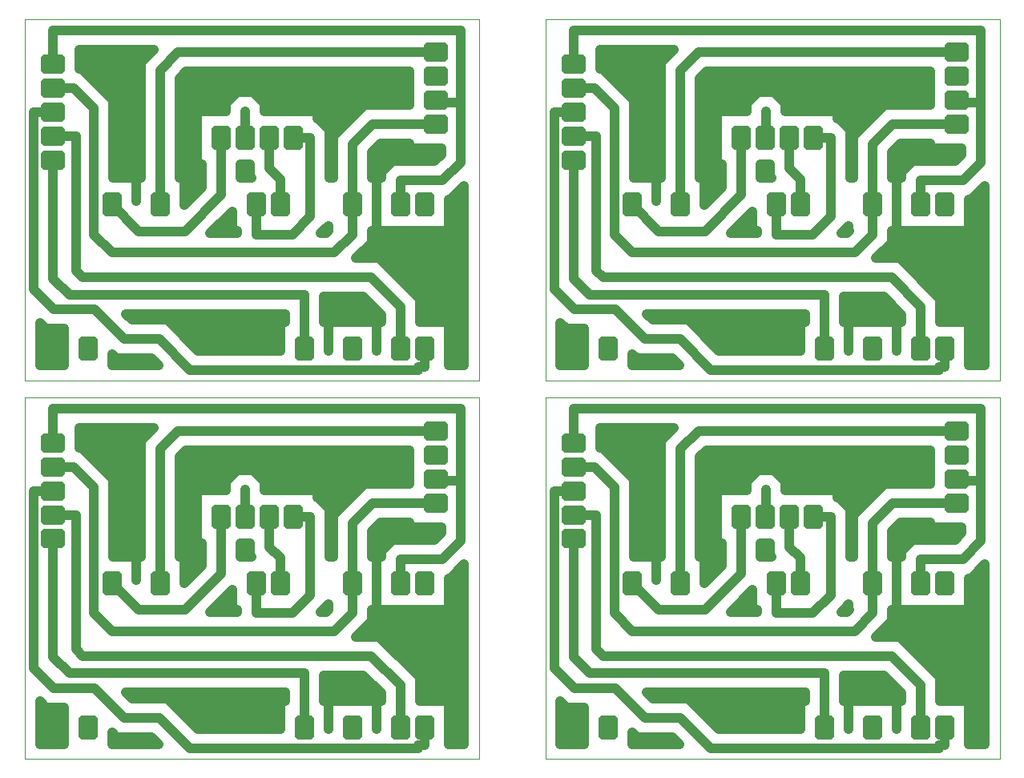
<source format=gbr>
G04 PROTEUS GERBER X2 FILE*
%TF.GenerationSoftware,Labcenter,Proteus,8.15-SP1-Build34318*%
%TF.CreationDate,2023-09-27T19:19:53+00:00*%
%TF.FileFunction,Copper,L1,Bot*%
%TF.FilePolarity,Positive*%
%TF.Part,Single*%
%TF.SameCoordinates,{3c810428-778b-40b1-ace6-7a7f232bcbd0}*%
%FSLAX45Y45*%
%MOMM*%
G01*
%TA.AperFunction,NonConductor*%
%ADD10C,1.016000*%
%TA.AperFunction,Conductor*%
%ADD11C,1.016000*%
%AMDIL002*
4,1,8,
-1.016000,0.965200,-0.711200,1.270000,0.711200,1.270000,1.016000,0.965200,1.016000,-0.965200,
0.711200,-1.270000,-0.711200,-1.270000,-1.016000,-0.965200,-1.016000,0.965200,
0*%
%TA.AperFunction,ComponentPad*%
%ADD12DIL002*%
%AMDIL003*
4,1,8,
-1.270000,0.711200,-0.965200,1.016000,0.965200,1.016000,1.270000,0.711200,1.270000,-0.711200,
0.965200,-1.016000,-0.965200,-1.016000,-1.270000,-0.711200,-1.270000,0.711200,
0*%
%ADD13DIL003*%
%TA.AperFunction,Profile*%
%ADD14C,0.101600*%
%TD.AperFunction*%
%TA.AperFunction,Conductor*%
G36*
X-1638301Y+2582833D02*
X-1638301Y+2311399D01*
X-1587501Y+2311399D01*
X-1587501Y+1752601D01*
X-1638301Y+1752601D01*
X-1638301Y+1630333D01*
X-1805435Y+1463199D01*
X-1556833Y+1463199D01*
X-1130301Y+1036667D01*
X-1130301Y+787399D01*
X-825501Y+787399D01*
X-825501Y+330480D01*
X-657480Y+330480D01*
X-657480Y+2230154D01*
X-804833Y+2082801D01*
X-825501Y+2082801D01*
X-825501Y+1752601D01*
X-1587499Y+1752601D01*
X-1587499Y+2311399D01*
X-1536698Y+2311399D01*
X-1536698Y+2370168D01*
X-1417667Y+2489199D01*
X-973167Y+2489199D01*
X-901699Y+2560667D01*
X-901699Y+2625161D01*
X-1235139Y+2625161D01*
X-1235139Y+2675961D01*
X-1545173Y+2675961D01*
X-1638301Y+2582833D01*
G37*
%TD.AperFunction*%
%TA.AperFunction,Conductor*%
G36*
X-5142520Y+330480D02*
X-4889499Y+330480D01*
X-4889499Y+719232D01*
X-5076598Y+719232D01*
X-5142520Y+785154D01*
X-5142520Y+330480D01*
G37*
%TD.AperFunction*%
%TA.AperFunction,Conductor*%
G36*
X-4381501Y+330480D02*
X-3884624Y+330480D01*
X-3960945Y+406801D01*
X-4334167Y+406801D01*
X-4381501Y+454135D01*
X-4381501Y+330480D01*
G37*
%TD.AperFunction*%
%TA.AperFunction,Conductor*%
G36*
X-3024701Y+2311399D02*
X-2905665Y+2311399D01*
X-2923099Y+2328833D01*
X-2923099Y+2453901D01*
X-3024701Y+2453901D01*
X-3024701Y+2311399D01*
G37*
%TD.AperFunction*%
%TA.AperFunction,Conductor*%
G36*
X-4720601Y+3461199D02*
X-4697833Y+3461199D01*
X-4368801Y+3132167D01*
X-4368801Y+2311399D01*
X-4127501Y+2311399D01*
X-4127501Y+2065367D01*
X-4127499Y+2065365D01*
X-4127499Y+2311399D01*
X-4076699Y+2311399D01*
X-4076699Y+3534827D01*
X-3941225Y+3670301D01*
X-4720601Y+3670301D01*
X-4720601Y+3461199D01*
G37*
%TD.AperFunction*%
%TA.AperFunction,Conductor*%
G36*
X-3670301Y+3366493D02*
X-3670301Y+2311399D01*
X-3619501Y+2311399D01*
X-3619501Y+2027865D01*
X-3431099Y+2216267D01*
X-3431099Y+2453901D01*
X-3481899Y+2453901D01*
X-3481899Y+3012699D01*
X-3173199Y+3012699D01*
X-3173199Y+3104168D01*
X-3054168Y+3223199D01*
X-2885832Y+3223199D01*
X-2766801Y+3104168D01*
X-2766801Y+3012699D01*
X-2211901Y+3012699D01*
X-2211901Y+2936499D01*
X-2201833Y+2936499D01*
X-2082801Y+2817467D01*
X-2082801Y+2311399D01*
X-2044699Y+2311399D01*
X-2044699Y+2751167D01*
X-1713507Y+3082359D01*
X-1235139Y+3082359D01*
X-1235139Y+3437961D01*
X-3598833Y+3437961D01*
X-3670301Y+3366493D01*
G37*
%TD.AperFunction*%
%TA.AperFunction,Conductor*%
G36*
X-3345435Y+1727199D02*
X-3060699Y+1727199D01*
X-3060699Y+1752601D01*
X-3111499Y+1752601D01*
X-3111499Y+1961135D01*
X-3345435Y+1727199D01*
G37*
%TD.AperFunction*%
%TA.AperFunction,Conductor*%
G36*
X-2142317Y+1761317D02*
X-2176435Y+1727199D01*
X-2116167Y+1727199D01*
X-2090765Y+1752601D01*
X-2095499Y+1752601D01*
X-2095499Y+1808135D01*
X-2142317Y+1761317D01*
G37*
%TD.AperFunction*%
%TA.AperFunction,Conductor*%
G36*
X-4165833Y+813199D02*
X-3792611Y+813199D01*
X-3468501Y+489089D01*
X-2603499Y+489089D01*
X-2603499Y+787399D01*
X-2552699Y+787399D01*
X-2552699Y+876801D01*
X-4229435Y+876801D01*
X-4165833Y+813199D01*
G37*
%TD.AperFunction*%
%TA.AperFunction,Conductor*%
G36*
X-2146301Y+787399D02*
X-2095501Y+787399D01*
X-2095501Y+489089D01*
X-2095499Y+489089D01*
X-2095499Y+787399D01*
X-1587501Y+787399D01*
X-1587501Y+489089D01*
X-1587499Y+489089D01*
X-1587499Y+787399D01*
X-1536699Y+787399D01*
X-1536699Y+868333D01*
X-1725167Y+1056801D01*
X-2146301Y+1056801D01*
X-2146301Y+787399D01*
G37*
%TD.AperFunction*%
%TA.AperFunction,Conductor*%
G36*
X-7138301Y+2582833D02*
X-7138301Y+2311399D01*
X-7087501Y+2311399D01*
X-7087501Y+1752601D01*
X-7138301Y+1752601D01*
X-7138301Y+1630333D01*
X-7305435Y+1463199D01*
X-7056833Y+1463199D01*
X-6630301Y+1036667D01*
X-6630301Y+787399D01*
X-6325501Y+787399D01*
X-6325501Y+330480D01*
X-6157480Y+330480D01*
X-6157480Y+2230154D01*
X-6304833Y+2082801D01*
X-6325501Y+2082801D01*
X-6325501Y+1752601D01*
X-7087499Y+1752601D01*
X-7087499Y+2311399D01*
X-7036698Y+2311399D01*
X-7036698Y+2370168D01*
X-6917667Y+2489199D01*
X-6473167Y+2489199D01*
X-6401699Y+2560667D01*
X-6401699Y+2625161D01*
X-6735139Y+2625161D01*
X-6735139Y+2675961D01*
X-7045173Y+2675961D01*
X-7138301Y+2582833D01*
G37*
%TD.AperFunction*%
%TA.AperFunction,Conductor*%
G36*
X-10642520Y+330480D02*
X-10389499Y+330480D01*
X-10389499Y+719232D01*
X-10576598Y+719232D01*
X-10642520Y+785154D01*
X-10642520Y+330480D01*
G37*
%TD.AperFunction*%
%TA.AperFunction,Conductor*%
G36*
X-9881501Y+330480D02*
X-9384624Y+330480D01*
X-9460945Y+406801D01*
X-9834167Y+406801D01*
X-9881501Y+454135D01*
X-9881501Y+330480D01*
G37*
%TD.AperFunction*%
%TA.AperFunction,Conductor*%
G36*
X-8524701Y+2311399D02*
X-8405665Y+2311399D01*
X-8423099Y+2328833D01*
X-8423099Y+2453901D01*
X-8524701Y+2453901D01*
X-8524701Y+2311399D01*
G37*
%TD.AperFunction*%
%TA.AperFunction,Conductor*%
G36*
X-10220601Y+3461199D02*
X-10197833Y+3461199D01*
X-9868801Y+3132167D01*
X-9868801Y+2311399D01*
X-9627501Y+2311399D01*
X-9627501Y+2065367D01*
X-9627499Y+2065365D01*
X-9627499Y+2311399D01*
X-9576699Y+2311399D01*
X-9576699Y+3534827D01*
X-9441225Y+3670301D01*
X-10220601Y+3670301D01*
X-10220601Y+3461199D01*
G37*
%TD.AperFunction*%
%TA.AperFunction,Conductor*%
G36*
X-9170301Y+3366493D02*
X-9170301Y+2311399D01*
X-9119501Y+2311399D01*
X-9119501Y+2027865D01*
X-8931099Y+2216267D01*
X-8931099Y+2453901D01*
X-8981899Y+2453901D01*
X-8981899Y+3012699D01*
X-8673199Y+3012699D01*
X-8673199Y+3104168D01*
X-8554168Y+3223199D01*
X-8385832Y+3223199D01*
X-8266801Y+3104168D01*
X-8266801Y+3012699D01*
X-7711901Y+3012699D01*
X-7711901Y+2936499D01*
X-7701833Y+2936499D01*
X-7582801Y+2817467D01*
X-7582801Y+2311399D01*
X-7544699Y+2311399D01*
X-7544699Y+2751167D01*
X-7213507Y+3082359D01*
X-6735139Y+3082359D01*
X-6735139Y+3437961D01*
X-9098833Y+3437961D01*
X-9170301Y+3366493D01*
G37*
%TD.AperFunction*%
%TA.AperFunction,Conductor*%
G36*
X-8845435Y+1727199D02*
X-8560699Y+1727199D01*
X-8560699Y+1752601D01*
X-8611499Y+1752601D01*
X-8611499Y+1961135D01*
X-8845435Y+1727199D01*
G37*
%TD.AperFunction*%
%TA.AperFunction,Conductor*%
G36*
X-7642317Y+1761317D02*
X-7676435Y+1727199D01*
X-7616167Y+1727199D01*
X-7590765Y+1752601D01*
X-7595499Y+1752601D01*
X-7595499Y+1808135D01*
X-7642317Y+1761317D01*
G37*
%TD.AperFunction*%
%TA.AperFunction,Conductor*%
G36*
X-9665833Y+813199D02*
X-9292611Y+813199D01*
X-8968501Y+489089D01*
X-8103499Y+489089D01*
X-8103499Y+787399D01*
X-8052699Y+787399D01*
X-8052699Y+876801D01*
X-9729435Y+876801D01*
X-9665833Y+813199D01*
G37*
%TD.AperFunction*%
%TA.AperFunction,Conductor*%
G36*
X-7646301Y+787399D02*
X-7595501Y+787399D01*
X-7595501Y+489089D01*
X-7595499Y+489089D01*
X-7595499Y+787399D01*
X-7087501Y+787399D01*
X-7087501Y+489089D01*
X-7087499Y+489089D01*
X-7087499Y+787399D01*
X-7036699Y+787399D01*
X-7036699Y+868333D01*
X-7225167Y+1056801D01*
X-7646301Y+1056801D01*
X-7646301Y+787399D01*
G37*
%TD.AperFunction*%
%TA.AperFunction,Conductor*%
G36*
X-1638301Y+6582833D02*
X-1638301Y+6311399D01*
X-1587501Y+6311399D01*
X-1587501Y+5752601D01*
X-1638301Y+5752601D01*
X-1638301Y+5630333D01*
X-1805435Y+5463199D01*
X-1556833Y+5463199D01*
X-1130301Y+5036667D01*
X-1130301Y+4787399D01*
X-825501Y+4787399D01*
X-825501Y+4330480D01*
X-657480Y+4330480D01*
X-657480Y+6230154D01*
X-804833Y+6082801D01*
X-825501Y+6082801D01*
X-825501Y+5752601D01*
X-1587499Y+5752601D01*
X-1587499Y+6311399D01*
X-1536698Y+6311399D01*
X-1536698Y+6370168D01*
X-1417667Y+6489199D01*
X-973167Y+6489199D01*
X-901699Y+6560667D01*
X-901699Y+6625161D01*
X-1235139Y+6625161D01*
X-1235139Y+6675961D01*
X-1545173Y+6675961D01*
X-1638301Y+6582833D01*
G37*
%TD.AperFunction*%
%TA.AperFunction,Conductor*%
G36*
X-5142520Y+4330480D02*
X-4889499Y+4330480D01*
X-4889499Y+4719232D01*
X-5076598Y+4719232D01*
X-5142520Y+4785154D01*
X-5142520Y+4330480D01*
G37*
%TD.AperFunction*%
%TA.AperFunction,Conductor*%
G36*
X-4381501Y+4330480D02*
X-3884624Y+4330480D01*
X-3960945Y+4406801D01*
X-4334167Y+4406801D01*
X-4381501Y+4454135D01*
X-4381501Y+4330480D01*
G37*
%TD.AperFunction*%
%TA.AperFunction,Conductor*%
G36*
X-3024701Y+6311399D02*
X-2905665Y+6311399D01*
X-2923099Y+6328833D01*
X-2923099Y+6453901D01*
X-3024701Y+6453901D01*
X-3024701Y+6311399D01*
G37*
%TD.AperFunction*%
%TA.AperFunction,Conductor*%
G36*
X-4720601Y+7461199D02*
X-4697833Y+7461199D01*
X-4368801Y+7132167D01*
X-4368801Y+6311399D01*
X-4127501Y+6311399D01*
X-4127501Y+6065367D01*
X-4127499Y+6065365D01*
X-4127499Y+6311399D01*
X-4076699Y+6311399D01*
X-4076699Y+7534827D01*
X-3941225Y+7670301D01*
X-4720601Y+7670301D01*
X-4720601Y+7461199D01*
G37*
%TD.AperFunction*%
%TA.AperFunction,Conductor*%
G36*
X-3670301Y+7366493D02*
X-3670301Y+6311399D01*
X-3619501Y+6311399D01*
X-3619501Y+6027865D01*
X-3431099Y+6216267D01*
X-3431099Y+6453901D01*
X-3481899Y+6453901D01*
X-3481899Y+7012699D01*
X-3173199Y+7012699D01*
X-3173199Y+7104168D01*
X-3054168Y+7223199D01*
X-2885832Y+7223199D01*
X-2766801Y+7104168D01*
X-2766801Y+7012699D01*
X-2211901Y+7012699D01*
X-2211901Y+6936499D01*
X-2201833Y+6936499D01*
X-2082801Y+6817467D01*
X-2082801Y+6311399D01*
X-2044699Y+6311399D01*
X-2044699Y+6751167D01*
X-1713507Y+7082359D01*
X-1235139Y+7082359D01*
X-1235139Y+7437961D01*
X-3598833Y+7437961D01*
X-3670301Y+7366493D01*
G37*
%TD.AperFunction*%
%TA.AperFunction,Conductor*%
G36*
X-3345435Y+5727199D02*
X-3060699Y+5727199D01*
X-3060699Y+5752601D01*
X-3111499Y+5752601D01*
X-3111499Y+5961135D01*
X-3345435Y+5727199D01*
G37*
%TD.AperFunction*%
%TA.AperFunction,Conductor*%
G36*
X-2142317Y+5761317D02*
X-2176435Y+5727199D01*
X-2116167Y+5727199D01*
X-2090765Y+5752601D01*
X-2095499Y+5752601D01*
X-2095499Y+5808135D01*
X-2142317Y+5761317D01*
G37*
%TD.AperFunction*%
%TA.AperFunction,Conductor*%
G36*
X-4165833Y+4813199D02*
X-3792611Y+4813199D01*
X-3468501Y+4489089D01*
X-2603499Y+4489089D01*
X-2603499Y+4787399D01*
X-2552699Y+4787399D01*
X-2552699Y+4876801D01*
X-4229435Y+4876801D01*
X-4165833Y+4813199D01*
G37*
%TD.AperFunction*%
%TA.AperFunction,Conductor*%
G36*
X-2146301Y+4787399D02*
X-2095501Y+4787399D01*
X-2095501Y+4489089D01*
X-2095499Y+4489089D01*
X-2095499Y+4787399D01*
X-1587501Y+4787399D01*
X-1587501Y+4489089D01*
X-1587499Y+4489089D01*
X-1587499Y+4787399D01*
X-1536699Y+4787399D01*
X-1536699Y+4868333D01*
X-1725167Y+5056801D01*
X-2146301Y+5056801D01*
X-2146301Y+4787399D01*
G37*
%TD.AperFunction*%
%TA.AperFunction,Conductor*%
G36*
X-7138301Y+6582833D02*
X-7138301Y+6311399D01*
X-7087501Y+6311399D01*
X-7087501Y+5752601D01*
X-7138301Y+5752601D01*
X-7138301Y+5630333D01*
X-7305435Y+5463199D01*
X-7056833Y+5463199D01*
X-6630301Y+5036667D01*
X-6630301Y+4787399D01*
X-6325501Y+4787399D01*
X-6325501Y+4330480D01*
X-6157480Y+4330480D01*
X-6157480Y+6230154D01*
X-6304833Y+6082801D01*
X-6325501Y+6082801D01*
X-6325501Y+5752601D01*
X-7087499Y+5752601D01*
X-7087499Y+6311399D01*
X-7036698Y+6311399D01*
X-7036698Y+6370168D01*
X-6917667Y+6489199D01*
X-6473167Y+6489199D01*
X-6401699Y+6560667D01*
X-6401699Y+6625161D01*
X-6735139Y+6625161D01*
X-6735139Y+6675961D01*
X-7045173Y+6675961D01*
X-7138301Y+6582833D01*
G37*
%TD.AperFunction*%
%TA.AperFunction,Conductor*%
G36*
X-10642520Y+4330480D02*
X-10389499Y+4330480D01*
X-10389499Y+4719232D01*
X-10576598Y+4719232D01*
X-10642520Y+4785154D01*
X-10642520Y+4330480D01*
G37*
%TD.AperFunction*%
%TA.AperFunction,Conductor*%
G36*
X-9881501Y+4330480D02*
X-9384624Y+4330480D01*
X-9460945Y+4406801D01*
X-9834167Y+4406801D01*
X-9881501Y+4454135D01*
X-9881501Y+4330480D01*
G37*
%TD.AperFunction*%
%TA.AperFunction,Conductor*%
G36*
X-8524701Y+6311399D02*
X-8405665Y+6311399D01*
X-8423099Y+6328833D01*
X-8423099Y+6453901D01*
X-8524701Y+6453901D01*
X-8524701Y+6311399D01*
G37*
%TD.AperFunction*%
%TA.AperFunction,Conductor*%
G36*
X-10220601Y+7461199D02*
X-10197833Y+7461199D01*
X-9868801Y+7132167D01*
X-9868801Y+6311399D01*
X-9627501Y+6311399D01*
X-9627501Y+6065367D01*
X-9627499Y+6065365D01*
X-9627499Y+6311399D01*
X-9576699Y+6311399D01*
X-9576699Y+7534827D01*
X-9441225Y+7670301D01*
X-10220601Y+7670301D01*
X-10220601Y+7461199D01*
G37*
%TD.AperFunction*%
%TA.AperFunction,Conductor*%
G36*
X-9170301Y+7366493D02*
X-9170301Y+6311399D01*
X-9119501Y+6311399D01*
X-9119501Y+6027865D01*
X-8931099Y+6216267D01*
X-8931099Y+6453901D01*
X-8981899Y+6453901D01*
X-8981899Y+7012699D01*
X-8673199Y+7012699D01*
X-8673199Y+7104168D01*
X-8554168Y+7223199D01*
X-8385832Y+7223199D01*
X-8266801Y+7104168D01*
X-8266801Y+7012699D01*
X-7711901Y+7012699D01*
X-7711901Y+6936499D01*
X-7701833Y+6936499D01*
X-7582801Y+6817467D01*
X-7582801Y+6311399D01*
X-7544699Y+6311399D01*
X-7544699Y+6751167D01*
X-7213507Y+7082359D01*
X-6735139Y+7082359D01*
X-6735139Y+7437961D01*
X-9098833Y+7437961D01*
X-9170301Y+7366493D01*
G37*
%TD.AperFunction*%
%TA.AperFunction,Conductor*%
G36*
X-8845435Y+5727199D02*
X-8560699Y+5727199D01*
X-8560699Y+5752601D01*
X-8611499Y+5752601D01*
X-8611499Y+5961135D01*
X-8845435Y+5727199D01*
G37*
%TD.AperFunction*%
%TA.AperFunction,Conductor*%
G36*
X-7642317Y+5761317D02*
X-7676435Y+5727199D01*
X-7616167Y+5727199D01*
X-7590765Y+5752601D01*
X-7595499Y+5752601D01*
X-7595499Y+5808135D01*
X-7642317Y+5761317D01*
G37*
%TD.AperFunction*%
%TA.AperFunction,Conductor*%
G36*
X-9665833Y+4813199D02*
X-9292611Y+4813199D01*
X-8968501Y+4489089D01*
X-8103499Y+4489089D01*
X-8103499Y+4787399D01*
X-8052699Y+4787399D01*
X-8052699Y+4876801D01*
X-9729435Y+4876801D01*
X-9665833Y+4813199D01*
G37*
%TD.AperFunction*%
%TA.AperFunction,Conductor*%
G36*
X-7646301Y+4787399D02*
X-7595501Y+4787399D01*
X-7595501Y+4489089D01*
X-7595499Y+4489089D01*
X-7595499Y+4787399D01*
X-7087501Y+4787399D01*
X-7087501Y+4489089D01*
X-7087499Y+4489089D01*
X-7087499Y+4787399D01*
X-7036699Y+4787399D01*
X-7036699Y+4868333D01*
X-7225167Y+5056801D01*
X-7646301Y+5056801D01*
X-7646301Y+4787399D01*
G37*
%TD.AperFunction*%
D10*
X-1841500Y+2032000D02*
X-1841500Y+1714500D01*
X-2032000Y+1524000D01*
X-4381500Y+1524000D01*
X-4572000Y+1714500D01*
X-4572000Y+3048000D01*
X-4782000Y+3258000D01*
X-5000000Y+3258000D01*
X-1841500Y+2032000D02*
X-1841500Y+2667000D01*
X-1629340Y+2879160D01*
X-955740Y+2879160D01*
X-955740Y+3641160D02*
X-3683000Y+3641160D01*
X-3873500Y+3450660D01*
X-3873500Y+2032000D01*
X-698500Y+3111500D02*
X-698500Y+3873500D01*
X-5000000Y+3873500D01*
X-5000000Y+3512000D01*
X-1333500Y+2032000D02*
X-1333500Y+2286000D01*
X-889000Y+2286000D01*
X-698500Y+2476500D01*
X-698500Y+3111500D01*
X-889000Y+3111500D02*
X-698500Y+3111500D01*
X-955740Y+3133160D02*
X-955740Y+3111500D01*
X-889000Y+3111500D01*
X-2719900Y+2733300D02*
X-2719900Y+2413000D01*
X-2603500Y+2296600D01*
X-2603500Y+2032000D01*
X-2857500Y+2032000D02*
X-2857500Y+1714500D01*
X-2476500Y+1714500D01*
X-2286000Y+1905000D01*
X-2286000Y+2733300D01*
X-2465900Y+2733300D01*
X-3227900Y+2733300D02*
X-3227900Y+2132100D01*
X-3610000Y+1750000D01*
X-4099500Y+1750000D01*
X-4381500Y+2032000D01*
X-5000000Y+2750000D02*
X-4762500Y+2750000D01*
X-4762500Y+1333500D01*
X-4689000Y+1260000D01*
X-1641000Y+1260000D01*
X-1333500Y+952500D01*
X-1333500Y+508000D01*
X-2349500Y+508000D02*
X-2349500Y+1080000D01*
X-4830000Y+1080000D01*
X-5000000Y+1250000D01*
X-5000000Y+2500000D01*
X-5000000Y+3004000D02*
X-5204610Y+3004000D01*
X-5204610Y+1134610D01*
X-4992431Y+922431D01*
X-4562431Y+922431D01*
X-4250000Y+610000D01*
X-3876778Y+610000D01*
X-3552668Y+285890D01*
X-1143000Y+285890D01*
X-1143000Y+317500D01*
X-1079500Y+317500D01*
X-1079500Y+508000D01*
X-2970000Y+3020000D02*
X-2970000Y+2737200D01*
X-2973900Y+2733300D01*
X-7341500Y+2032000D02*
X-7341500Y+1714500D01*
X-7532000Y+1524000D01*
X-9881500Y+1524000D01*
X-10072000Y+1714500D01*
X-10072000Y+3048000D01*
X-10282000Y+3258000D01*
X-10500000Y+3258000D01*
X-7341500Y+2032000D02*
X-7341500Y+2667000D01*
X-7129340Y+2879160D01*
X-6455740Y+2879160D01*
X-6455740Y+3641160D02*
X-9183000Y+3641160D01*
X-9373500Y+3450660D01*
X-9373500Y+2032000D01*
X-6198500Y+3111500D02*
X-6198500Y+3873500D01*
X-10500000Y+3873500D01*
X-10500000Y+3512000D01*
X-6833500Y+2032000D02*
X-6833500Y+2286000D01*
X-6389000Y+2286000D01*
X-6198500Y+2476500D01*
X-6198500Y+3111500D01*
X-6389000Y+3111500D02*
X-6198500Y+3111500D01*
X-6455740Y+3133160D02*
X-6455740Y+3111500D01*
X-6389000Y+3111500D01*
X-8219900Y+2733300D02*
X-8219900Y+2413000D01*
X-8103500Y+2296600D01*
X-8103500Y+2032000D01*
X-8357500Y+2032000D02*
X-8357500Y+1714500D01*
X-7976500Y+1714500D01*
X-7786000Y+1905000D01*
X-7786000Y+2733300D01*
X-7965900Y+2733300D01*
X-8727900Y+2733300D02*
X-8727900Y+2132100D01*
X-9110000Y+1750000D01*
X-9599500Y+1750000D01*
X-9881500Y+2032000D01*
X-10500000Y+2750000D02*
X-10262500Y+2750000D01*
X-10262500Y+1333500D01*
X-10189000Y+1260000D01*
X-7141000Y+1260000D01*
X-6833500Y+952500D01*
X-6833500Y+508000D01*
X-7849500Y+508000D02*
X-7849500Y+1080000D01*
X-10330000Y+1080000D01*
X-10500000Y+1250000D01*
X-10500000Y+2500000D01*
X-10500000Y+3004000D02*
X-10704610Y+3004000D01*
X-10704610Y+1134610D01*
X-10492431Y+922431D01*
X-10062431Y+922431D01*
X-9750000Y+610000D01*
X-9376778Y+610000D01*
X-9052668Y+285890D01*
X-6643000Y+285890D01*
X-6643000Y+317500D01*
X-6579500Y+317500D01*
X-6579500Y+508000D01*
X-8470000Y+3020000D02*
X-8470000Y+2737200D01*
X-8473900Y+2733300D01*
X-1841500Y+6032000D02*
X-1841500Y+5714500D01*
X-2032000Y+5524000D01*
X-4381500Y+5524000D01*
X-4572000Y+5714500D01*
X-4572000Y+7048000D01*
X-4782000Y+7258000D01*
X-5000000Y+7258000D01*
X-1841500Y+6032000D02*
X-1841500Y+6667000D01*
X-1629340Y+6879160D01*
X-955740Y+6879160D01*
X-955740Y+7641160D02*
X-3683000Y+7641160D01*
X-3873500Y+7450660D01*
X-3873500Y+6032000D01*
X-698500Y+7111500D02*
X-698500Y+7873500D01*
X-5000000Y+7873500D01*
X-5000000Y+7512000D01*
X-1333500Y+6032000D02*
X-1333500Y+6286000D01*
X-889000Y+6286000D01*
X-698500Y+6476500D01*
X-698500Y+7111500D01*
X-889000Y+7111500D02*
X-698500Y+7111500D01*
X-955740Y+7133160D02*
X-955740Y+7111500D01*
X-889000Y+7111500D01*
X-2719900Y+6733300D02*
X-2719900Y+6413000D01*
X-2603500Y+6296600D01*
X-2603500Y+6032000D01*
X-2857500Y+6032000D02*
X-2857500Y+5714500D01*
X-2476500Y+5714500D01*
X-2286000Y+5905000D01*
X-2286000Y+6733300D01*
X-2465900Y+6733300D01*
X-3227900Y+6733300D02*
X-3227900Y+6132100D01*
X-3610000Y+5750000D01*
X-4099500Y+5750000D01*
X-4381500Y+6032000D01*
X-5000000Y+6750000D02*
X-4762500Y+6750000D01*
X-4762500Y+5333500D01*
X-4689000Y+5260000D01*
X-1641000Y+5260000D01*
X-1333500Y+4952500D01*
X-1333500Y+4508000D01*
X-2349500Y+4508000D02*
X-2349500Y+5080000D01*
X-4830000Y+5080000D01*
X-5000000Y+5250000D01*
X-5000000Y+6500000D01*
X-5000000Y+7004000D02*
X-5204610Y+7004000D01*
X-5204610Y+5134610D01*
X-4992431Y+4922431D01*
X-4562431Y+4922431D01*
X-4250000Y+4610000D01*
X-3876778Y+4610000D01*
X-3552668Y+4285890D01*
X-1143000Y+4285890D01*
X-1143000Y+4317500D01*
X-1079500Y+4317500D01*
X-1079500Y+4508000D01*
X-2970000Y+7020000D02*
X-2970000Y+6737200D01*
X-2973900Y+6733300D01*
X-7341500Y+6032000D02*
X-7341500Y+5714500D01*
X-7532000Y+5524000D01*
X-9881500Y+5524000D01*
X-10072000Y+5714500D01*
X-10072000Y+7048000D01*
X-10282000Y+7258000D01*
X-10500000Y+7258000D01*
X-7341500Y+6032000D02*
X-7341500Y+6667000D01*
X-7129340Y+6879160D01*
X-6455740Y+6879160D01*
X-6455740Y+7641160D02*
X-9183000Y+7641160D01*
X-9373500Y+7450660D01*
X-9373500Y+6032000D01*
X-6198500Y+7111500D02*
X-6198500Y+7873500D01*
X-10500000Y+7873500D01*
X-10500000Y+7512000D01*
X-6833500Y+6032000D02*
X-6833500Y+6286000D01*
X-6389000Y+6286000D01*
X-6198500Y+6476500D01*
X-6198500Y+7111500D01*
X-6389000Y+7111500D02*
X-6198500Y+7111500D01*
X-6455740Y+7133160D02*
X-6455740Y+7111500D01*
X-6389000Y+7111500D01*
X-8219900Y+6733300D02*
X-8219900Y+6413000D01*
X-8103500Y+6296600D01*
X-8103500Y+6032000D01*
X-8357500Y+6032000D02*
X-8357500Y+5714500D01*
X-7976500Y+5714500D01*
X-7786000Y+5905000D01*
X-7786000Y+6733300D01*
X-7965900Y+6733300D01*
X-8727900Y+6733300D02*
X-8727900Y+6132100D01*
X-9110000Y+5750000D01*
X-9599500Y+5750000D01*
X-9881500Y+6032000D01*
X-10500000Y+6750000D02*
X-10262500Y+6750000D01*
X-10262500Y+5333500D01*
X-10189000Y+5260000D01*
X-7141000Y+5260000D01*
X-6833500Y+4952500D01*
X-6833500Y+4508000D01*
X-7849500Y+4508000D02*
X-7849500Y+5080000D01*
X-10330000Y+5080000D01*
X-10500000Y+5250000D01*
X-10500000Y+6500000D01*
X-10500000Y+7004000D02*
X-10704610Y+7004000D01*
X-10704610Y+5134610D01*
X-10492431Y+4922431D01*
X-10062431Y+4922431D01*
X-9750000Y+4610000D01*
X-9376778Y+4610000D01*
X-9052668Y+4285890D01*
X-6643000Y+4285890D01*
X-6643000Y+4317500D01*
X-6579500Y+4317500D01*
X-6579500Y+4508000D01*
X-8470000Y+7020000D02*
X-8470000Y+6737200D01*
X-8473900Y+6733300D01*
D11*
X-1638301Y+2582833D02*
X-1638301Y+2311399D01*
X-1587501Y+2311399D01*
X-1587501Y+1752601D01*
X-1638301Y+1752601D01*
X-1638301Y+1630333D01*
X-1805435Y+1463199D01*
X-1556833Y+1463199D01*
X-1130301Y+1036667D01*
X-1130301Y+787399D01*
X-825501Y+787399D01*
X-825501Y+330480D01*
X-657480Y+330480D01*
X-657480Y+2230154D01*
X-804833Y+2082801D01*
X-825501Y+2082801D01*
X-825501Y+1752601D01*
X-1587499Y+1752601D01*
X-1587499Y+2311399D01*
X-1536698Y+2311399D01*
X-1536698Y+2370168D01*
X-1417667Y+2489199D01*
X-973167Y+2489199D01*
X-901699Y+2560667D01*
X-901699Y+2625161D01*
X-1235139Y+2625161D01*
X-1235139Y+2675961D01*
X-1545173Y+2675961D01*
X-1638301Y+2582833D01*
X-5142520Y+330480D02*
X-4889499Y+330480D01*
X-4889499Y+719232D01*
X-5076598Y+719232D01*
X-5142520Y+785154D01*
X-5142520Y+330480D01*
X-4381501Y+330480D02*
X-3884624Y+330480D01*
X-3960945Y+406801D01*
X-4334167Y+406801D01*
X-4381501Y+454135D01*
X-4381501Y+330480D01*
X-3024701Y+2311399D02*
X-2905665Y+2311399D01*
X-2923099Y+2328833D01*
X-2923099Y+2453901D01*
X-3024701Y+2453901D01*
X-3024701Y+2311399D01*
X-4720601Y+3461199D02*
X-4697833Y+3461199D01*
X-4368801Y+3132167D01*
X-4368801Y+2311399D01*
X-4127501Y+2311399D01*
X-4127501Y+2065367D01*
X-4127499Y+2065365D01*
X-4127499Y+2311399D01*
X-4076699Y+2311399D01*
X-4076699Y+3534827D01*
X-3941225Y+3670301D01*
X-4720601Y+3670301D01*
X-4720601Y+3461199D01*
X-3670301Y+3366493D02*
X-3670301Y+2311399D01*
X-3619501Y+2311399D01*
X-3619501Y+2027865D01*
X-3431099Y+2216267D01*
X-3431099Y+2453901D01*
X-3481899Y+2453901D01*
X-3481899Y+3012699D01*
X-3173199Y+3012699D01*
X-3173199Y+3104168D01*
X-3054168Y+3223199D01*
X-2885832Y+3223199D01*
X-2766801Y+3104168D01*
X-2766801Y+3012699D01*
X-2211901Y+3012699D01*
X-2211901Y+2936499D01*
X-2201833Y+2936499D01*
X-2082801Y+2817467D01*
X-2082801Y+2311399D01*
X-2044699Y+2311399D01*
X-2044699Y+2751167D01*
X-1713507Y+3082359D01*
X-1235139Y+3082359D01*
X-1235139Y+3437961D01*
X-3598833Y+3437961D01*
X-3670301Y+3366493D01*
X-3345435Y+1727199D02*
X-3060699Y+1727199D01*
X-3060699Y+1752601D01*
X-3111499Y+1752601D01*
X-3111499Y+1961135D01*
X-3345435Y+1727199D01*
X-2142317Y+1761317D02*
X-2176435Y+1727199D01*
X-2116167Y+1727199D01*
X-2090765Y+1752601D01*
X-2095499Y+1752601D01*
X-2095499Y+1808135D01*
X-2142317Y+1761317D01*
X-4165833Y+813199D02*
X-3792611Y+813199D01*
X-3468501Y+489089D01*
X-2603499Y+489089D01*
X-2603499Y+787399D01*
X-2552699Y+787399D01*
X-2552699Y+876801D01*
X-4229435Y+876801D01*
X-4165833Y+813199D01*
X-2146301Y+787399D02*
X-2095501Y+787399D01*
X-2095501Y+489089D01*
X-2095499Y+489089D01*
X-2095499Y+787399D01*
X-1587501Y+787399D01*
X-1587501Y+489089D01*
X-1587499Y+489089D01*
X-1587499Y+787399D01*
X-1536699Y+787399D01*
X-1536699Y+868333D01*
X-1725167Y+1056801D01*
X-2146301Y+1056801D01*
X-2146301Y+787399D01*
X-7138301Y+2582833D02*
X-7138301Y+2311399D01*
X-7087501Y+2311399D01*
X-7087501Y+1752601D01*
X-7138301Y+1752601D01*
X-7138301Y+1630333D01*
X-7305435Y+1463199D01*
X-7056833Y+1463199D01*
X-6630301Y+1036667D01*
X-6630301Y+787399D01*
X-6325501Y+787399D01*
X-6325501Y+330480D01*
X-6157480Y+330480D01*
X-6157480Y+2230154D01*
X-6304833Y+2082801D01*
X-6325501Y+2082801D01*
X-6325501Y+1752601D01*
X-7087499Y+1752601D01*
X-7087499Y+2311399D01*
X-7036698Y+2311399D01*
X-7036698Y+2370168D01*
X-6917667Y+2489199D01*
X-6473167Y+2489199D01*
X-6401699Y+2560667D01*
X-6401699Y+2625161D01*
X-6735139Y+2625161D01*
X-6735139Y+2675961D01*
X-7045173Y+2675961D01*
X-7138301Y+2582833D01*
X-10642520Y+330480D02*
X-10389499Y+330480D01*
X-10389499Y+719232D01*
X-10576598Y+719232D01*
X-10642520Y+785154D01*
X-10642520Y+330480D01*
X-9881501Y+330480D02*
X-9384624Y+330480D01*
X-9460945Y+406801D01*
X-9834167Y+406801D01*
X-9881501Y+454135D01*
X-9881501Y+330480D01*
X-8524701Y+2311399D02*
X-8405665Y+2311399D01*
X-8423099Y+2328833D01*
X-8423099Y+2453901D01*
X-8524701Y+2453901D01*
X-8524701Y+2311399D01*
X-10220601Y+3461199D02*
X-10197833Y+3461199D01*
X-9868801Y+3132167D01*
X-9868801Y+2311399D01*
X-9627501Y+2311399D01*
X-9627501Y+2065367D01*
X-9627499Y+2065365D01*
X-9627499Y+2311399D01*
X-9576699Y+2311399D01*
X-9576699Y+3534827D01*
X-9441225Y+3670301D01*
X-10220601Y+3670301D01*
X-10220601Y+3461199D01*
X-9170301Y+3366493D02*
X-9170301Y+2311399D01*
X-9119501Y+2311399D01*
X-9119501Y+2027865D01*
X-8931099Y+2216267D01*
X-8931099Y+2453901D01*
X-8981899Y+2453901D01*
X-8981899Y+3012699D01*
X-8673199Y+3012699D01*
X-8673199Y+3104168D01*
X-8554168Y+3223199D01*
X-8385832Y+3223199D01*
X-8266801Y+3104168D01*
X-8266801Y+3012699D01*
X-7711901Y+3012699D01*
X-7711901Y+2936499D01*
X-7701833Y+2936499D01*
X-7582801Y+2817467D01*
X-7582801Y+2311399D01*
X-7544699Y+2311399D01*
X-7544699Y+2751167D01*
X-7213507Y+3082359D01*
X-6735139Y+3082359D01*
X-6735139Y+3437961D01*
X-9098833Y+3437961D01*
X-9170301Y+3366493D01*
X-8845435Y+1727199D02*
X-8560699Y+1727199D01*
X-8560699Y+1752601D01*
X-8611499Y+1752601D01*
X-8611499Y+1961135D01*
X-8845435Y+1727199D01*
X-7642317Y+1761317D02*
X-7676435Y+1727199D01*
X-7616167Y+1727199D01*
X-7590765Y+1752601D01*
X-7595499Y+1752601D01*
X-7595499Y+1808135D01*
X-7642317Y+1761317D01*
X-9665833Y+813199D02*
X-9292611Y+813199D01*
X-8968501Y+489089D01*
X-8103499Y+489089D01*
X-8103499Y+787399D01*
X-8052699Y+787399D01*
X-8052699Y+876801D01*
X-9729435Y+876801D01*
X-9665833Y+813199D01*
X-7646301Y+787399D02*
X-7595501Y+787399D01*
X-7595501Y+489089D01*
X-7595499Y+489089D01*
X-7595499Y+787399D01*
X-7087501Y+787399D01*
X-7087501Y+489089D01*
X-7087499Y+489089D01*
X-7087499Y+787399D01*
X-7036699Y+787399D01*
X-7036699Y+868333D01*
X-7225167Y+1056801D01*
X-7646301Y+1056801D01*
X-7646301Y+787399D01*
X-1638301Y+6582833D02*
X-1638301Y+6311399D01*
X-1587501Y+6311399D01*
X-1587501Y+5752601D01*
X-1638301Y+5752601D01*
X-1638301Y+5630333D01*
X-1805435Y+5463199D01*
X-1556833Y+5463199D01*
X-1130301Y+5036667D01*
X-1130301Y+4787399D01*
X-825501Y+4787399D01*
X-825501Y+4330480D01*
X-657480Y+4330480D01*
X-657480Y+6230154D01*
X-804833Y+6082801D01*
X-825501Y+6082801D01*
X-825501Y+5752601D01*
X-1587499Y+5752601D01*
X-1587499Y+6311399D01*
X-1536698Y+6311399D01*
X-1536698Y+6370168D01*
X-1417667Y+6489199D01*
X-973167Y+6489199D01*
X-901699Y+6560667D01*
X-901699Y+6625161D01*
X-1235139Y+6625161D01*
X-1235139Y+6675961D01*
X-1545173Y+6675961D01*
X-1638301Y+6582833D01*
X-5142520Y+4330480D02*
X-4889499Y+4330480D01*
X-4889499Y+4719232D01*
X-5076598Y+4719232D01*
X-5142520Y+4785154D01*
X-5142520Y+4330480D01*
X-4381501Y+4330480D02*
X-3884624Y+4330480D01*
X-3960945Y+4406801D01*
X-4334167Y+4406801D01*
X-4381501Y+4454135D01*
X-4381501Y+4330480D01*
X-3024701Y+6311399D02*
X-2905665Y+6311399D01*
X-2923099Y+6328833D01*
X-2923099Y+6453901D01*
X-3024701Y+6453901D01*
X-3024701Y+6311399D01*
X-4720601Y+7461199D02*
X-4697833Y+7461199D01*
X-4368801Y+7132167D01*
X-4368801Y+6311399D01*
X-4127501Y+6311399D01*
X-4127501Y+6065367D01*
X-4127499Y+6065365D01*
X-4127499Y+6311399D01*
X-4076699Y+6311399D01*
X-4076699Y+7534827D01*
X-3941225Y+7670301D01*
X-4720601Y+7670301D01*
X-4720601Y+7461199D01*
X-3670301Y+7366493D02*
X-3670301Y+6311399D01*
X-3619501Y+6311399D01*
X-3619501Y+6027865D01*
X-3431099Y+6216267D01*
X-3431099Y+6453901D01*
X-3481899Y+6453901D01*
X-3481899Y+7012699D01*
X-3173199Y+7012699D01*
X-3173199Y+7104168D01*
X-3054168Y+7223199D01*
X-2885832Y+7223199D01*
X-2766801Y+7104168D01*
X-2766801Y+7012699D01*
X-2211901Y+7012699D01*
X-2211901Y+6936499D01*
X-2201833Y+6936499D01*
X-2082801Y+6817467D01*
X-2082801Y+6311399D01*
X-2044699Y+6311399D01*
X-2044699Y+6751167D01*
X-1713507Y+7082359D01*
X-1235139Y+7082359D01*
X-1235139Y+7437961D01*
X-3598833Y+7437961D01*
X-3670301Y+7366493D01*
X-3345435Y+5727199D02*
X-3060699Y+5727199D01*
X-3060699Y+5752601D01*
X-3111499Y+5752601D01*
X-3111499Y+5961135D01*
X-3345435Y+5727199D01*
X-2142317Y+5761317D02*
X-2176435Y+5727199D01*
X-2116167Y+5727199D01*
X-2090765Y+5752601D01*
X-2095499Y+5752601D01*
X-2095499Y+5808135D01*
X-2142317Y+5761317D01*
X-4165833Y+4813199D02*
X-3792611Y+4813199D01*
X-3468501Y+4489089D01*
X-2603499Y+4489089D01*
X-2603499Y+4787399D01*
X-2552699Y+4787399D01*
X-2552699Y+4876801D01*
X-4229435Y+4876801D01*
X-4165833Y+4813199D01*
X-2146301Y+4787399D02*
X-2095501Y+4787399D01*
X-2095501Y+4489089D01*
X-2095499Y+4489089D01*
X-2095499Y+4787399D01*
X-1587501Y+4787399D01*
X-1587501Y+4489089D01*
X-1587499Y+4489089D01*
X-1587499Y+4787399D01*
X-1536699Y+4787399D01*
X-1536699Y+4868333D01*
X-1725167Y+5056801D01*
X-2146301Y+5056801D01*
X-2146301Y+4787399D01*
X-7138301Y+6582833D02*
X-7138301Y+6311399D01*
X-7087501Y+6311399D01*
X-7087501Y+5752601D01*
X-7138301Y+5752601D01*
X-7138301Y+5630333D01*
X-7305435Y+5463199D01*
X-7056833Y+5463199D01*
X-6630301Y+5036667D01*
X-6630301Y+4787399D01*
X-6325501Y+4787399D01*
X-6325501Y+4330480D01*
X-6157480Y+4330480D01*
X-6157480Y+6230154D01*
X-6304833Y+6082801D01*
X-6325501Y+6082801D01*
X-6325501Y+5752601D01*
X-7087499Y+5752601D01*
X-7087499Y+6311399D01*
X-7036698Y+6311399D01*
X-7036698Y+6370168D01*
X-6917667Y+6489199D01*
X-6473167Y+6489199D01*
X-6401699Y+6560667D01*
X-6401699Y+6625161D01*
X-6735139Y+6625161D01*
X-6735139Y+6675961D01*
X-7045173Y+6675961D01*
X-7138301Y+6582833D01*
X-10642520Y+4330480D02*
X-10389499Y+4330480D01*
X-10389499Y+4719232D01*
X-10576598Y+4719232D01*
X-10642520Y+4785154D01*
X-10642520Y+4330480D01*
X-9881501Y+4330480D02*
X-9384624Y+4330480D01*
X-9460945Y+4406801D01*
X-9834167Y+4406801D01*
X-9881501Y+4454135D01*
X-9881501Y+4330480D01*
X-8524701Y+6311399D02*
X-8405665Y+6311399D01*
X-8423099Y+6328833D01*
X-8423099Y+6453901D01*
X-8524701Y+6453901D01*
X-8524701Y+6311399D01*
X-10220601Y+7461199D02*
X-10197833Y+7461199D01*
X-9868801Y+7132167D01*
X-9868801Y+6311399D01*
X-9627501Y+6311399D01*
X-9627501Y+6065367D01*
X-9627499Y+6065365D01*
X-9627499Y+6311399D01*
X-9576699Y+6311399D01*
X-9576699Y+7534827D01*
X-9441225Y+7670301D01*
X-10220601Y+7670301D01*
X-10220601Y+7461199D01*
X-9170301Y+7366493D02*
X-9170301Y+6311399D01*
X-9119501Y+6311399D01*
X-9119501Y+6027865D01*
X-8931099Y+6216267D01*
X-8931099Y+6453901D01*
X-8981899Y+6453901D01*
X-8981899Y+7012699D01*
X-8673199Y+7012699D01*
X-8673199Y+7104168D01*
X-8554168Y+7223199D01*
X-8385832Y+7223199D01*
X-8266801Y+7104168D01*
X-8266801Y+7012699D01*
X-7711901Y+7012699D01*
X-7711901Y+6936499D01*
X-7701833Y+6936499D01*
X-7582801Y+6817467D01*
X-7582801Y+6311399D01*
X-7544699Y+6311399D01*
X-7544699Y+6751167D01*
X-7213507Y+7082359D01*
X-6735139Y+7082359D01*
X-6735139Y+7437961D01*
X-9098833Y+7437961D01*
X-9170301Y+7366493D01*
X-8845435Y+5727199D02*
X-8560699Y+5727199D01*
X-8560699Y+5752601D01*
X-8611499Y+5752601D01*
X-8611499Y+5961135D01*
X-8845435Y+5727199D01*
X-7642317Y+5761317D02*
X-7676435Y+5727199D01*
X-7616167Y+5727199D01*
X-7590765Y+5752601D01*
X-7595499Y+5752601D01*
X-7595499Y+5808135D01*
X-7642317Y+5761317D01*
X-9665833Y+4813199D02*
X-9292611Y+4813199D01*
X-8968501Y+4489089D01*
X-8103499Y+4489089D01*
X-8103499Y+4787399D01*
X-8052699Y+4787399D01*
X-8052699Y+4876801D01*
X-9729435Y+4876801D01*
X-9665833Y+4813199D01*
X-7646301Y+4787399D02*
X-7595501Y+4787399D01*
X-7595501Y+4489089D01*
X-7595499Y+4489089D01*
X-7595499Y+4787399D01*
X-7087501Y+4787399D01*
X-7087501Y+4489089D01*
X-7087499Y+4489089D01*
X-7087499Y+4787399D01*
X-7036699Y+4787399D01*
X-7036699Y+4868333D01*
X-7225167Y+5056801D01*
X-7646301Y+5056801D01*
X-7646301Y+4787399D01*
D12*
X-2465900Y+2733300D03*
X-2719900Y+2733300D03*
X-2973900Y+2733300D03*
X-3227900Y+2733300D03*
D13*
X-955740Y+2879160D03*
X-955740Y+3133160D03*
X-955740Y+3387160D03*
X-955740Y+3641160D03*
X-5000000Y+2500000D03*
X-5000000Y+2750000D03*
X-5000000Y+3004000D03*
X-5000000Y+3258000D03*
X-5000000Y+3512000D03*
D12*
X-1079500Y+508000D03*
X-1333500Y+508000D03*
X-1841500Y+508000D03*
X-2349500Y+508000D03*
X-4635500Y+508000D03*
X-4381500Y+2032000D03*
X-3873500Y+2032000D03*
X-2857500Y+2032000D03*
X-2603500Y+2032000D03*
X-1841500Y+2032000D03*
X-1333500Y+2032000D03*
X-1079500Y+2032000D03*
X-7965900Y+2733300D03*
X-8219900Y+2733300D03*
X-8473900Y+2733300D03*
X-8727900Y+2733300D03*
D13*
X-6455740Y+2879160D03*
X-6455740Y+3133160D03*
X-6455740Y+3387160D03*
X-6455740Y+3641160D03*
X-10500000Y+2500000D03*
X-10500000Y+2750000D03*
X-10500000Y+3004000D03*
X-10500000Y+3258000D03*
X-10500000Y+3512000D03*
D12*
X-6579500Y+508000D03*
X-6833500Y+508000D03*
X-7341500Y+508000D03*
X-7849500Y+508000D03*
X-10135500Y+508000D03*
X-9881500Y+2032000D03*
X-9373500Y+2032000D03*
X-8357500Y+2032000D03*
X-8103500Y+2032000D03*
X-7341500Y+2032000D03*
X-6833500Y+2032000D03*
X-6579500Y+2032000D03*
X-2465900Y+6733300D03*
X-2719900Y+6733300D03*
X-2973900Y+6733300D03*
X-3227900Y+6733300D03*
D13*
X-955740Y+6879160D03*
X-955740Y+7133160D03*
X-955740Y+7387160D03*
X-955740Y+7641160D03*
X-5000000Y+6500000D03*
X-5000000Y+6750000D03*
X-5000000Y+7004000D03*
X-5000000Y+7258000D03*
X-5000000Y+7512000D03*
D12*
X-1079500Y+4508000D03*
X-1333500Y+4508000D03*
X-1841500Y+4508000D03*
X-2349500Y+4508000D03*
X-4635500Y+4508000D03*
X-4381500Y+6032000D03*
X-3873500Y+6032000D03*
X-2857500Y+6032000D03*
X-2603500Y+6032000D03*
X-1841500Y+6032000D03*
X-1333500Y+6032000D03*
X-1079500Y+6032000D03*
X-7965900Y+6733300D03*
X-8219900Y+6733300D03*
X-8473900Y+6733300D03*
X-8727900Y+6733300D03*
D13*
X-6455740Y+6879160D03*
X-6455740Y+7133160D03*
X-6455740Y+7387160D03*
X-6455740Y+7641160D03*
X-10500000Y+6500000D03*
X-10500000Y+6750000D03*
X-10500000Y+7004000D03*
X-10500000Y+7258000D03*
X-10500000Y+7512000D03*
D12*
X-6579500Y+4508000D03*
X-6833500Y+4508000D03*
X-7341500Y+4508000D03*
X-7849500Y+4508000D03*
X-10135500Y+4508000D03*
X-9881500Y+6032000D03*
X-9373500Y+6032000D03*
X-8357500Y+6032000D03*
X-8103500Y+6032000D03*
X-7341500Y+6032000D03*
X-6833500Y+6032000D03*
X-6579500Y+6032000D03*
D14*
X-5300000Y+173000D02*
X-500000Y+173000D01*
X-500000Y+3990500D01*
X-5300000Y+3990500D01*
X-5300000Y+173000D01*
X-10800000Y+173000D02*
X-6000000Y+173000D01*
X-6000000Y+3990500D01*
X-10800000Y+3990500D01*
X-10800000Y+173000D01*
X-5300000Y+4173000D02*
X-500000Y+4173000D01*
X-500000Y+7990500D01*
X-5300000Y+7990500D01*
X-5300000Y+4173000D01*
X-10800000Y+4173000D02*
X-6000000Y+4173000D01*
X-6000000Y+7990500D01*
X-10800000Y+7990500D01*
X-10800000Y+4173000D01*
M02*

</source>
